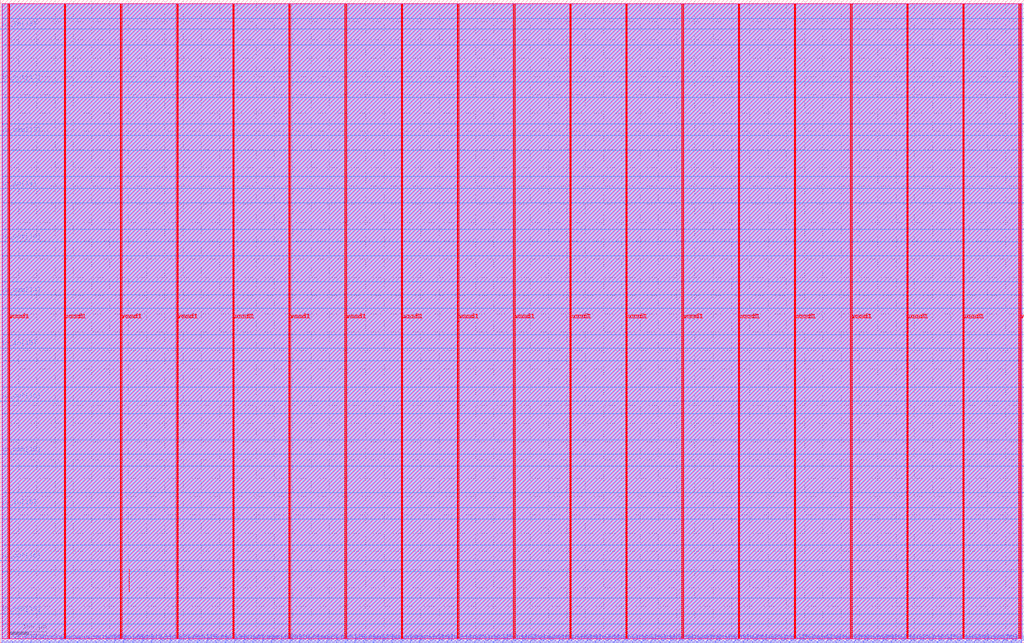
<source format=lef>
VERSION 5.7 ;
  NOWIREEXTENSIONATPIN ON ;
  DIVIDERCHAR "/" ;
  BUSBITCHARS "[]" ;
MACRO user_proj_peripheral_example
  CLASS BLOCK ;
  FOREIGN user_proj_peripheral_example ;
  ORIGIN 0.000 0.000 ;
  SIZE 2800.000 BY 1760.000 ;
  PIN io_in[10]
    DIRECTION INPUT ;
    USE SIGNAL ;
    PORT
      LAYER met3 ;
        RECT 2796.000 1131.560 2800.000 1132.160 ;
    END
  END io_in[10]
  PIN io_in[11]
    DIRECTION INPUT ;
    USE SIGNAL ;
    PORT
      LAYER met3 ;
        RECT 2796.000 1347.800 2800.000 1348.400 ;
    END
  END io_in[11]
  PIN io_in[12]
    DIRECTION INPUT ;
    USE SIGNAL ;
    PORT
      LAYER met3 ;
        RECT 2796.000 1564.040 2800.000 1564.640 ;
    END
  END io_in[12]
  PIN io_in[13]
    DIRECTION INPUT ;
    USE SIGNAL ;
    ANTENNAGATEAREA 1.286700 ;
    ANTENNADIFFAREA 0.434700 ;
    PORT
      LAYER met3 ;
        RECT 0.000 1679.640 4.000 1680.240 ;
    END
  END io_in[13]
  PIN io_in[14]
    DIRECTION INPUT ;
    USE SIGNAL ;
    PORT
      LAYER met3 ;
        RECT 0.000 1243.080 4.000 1243.680 ;
    END
  END io_in[14]
  PIN io_in[15]
    DIRECTION INPUT ;
    USE SIGNAL ;
    PORT
      LAYER met3 ;
        RECT 0.000 806.520 4.000 807.120 ;
    END
  END io_in[15]
  PIN io_in[16]
    DIRECTION INPUT ;
    USE SIGNAL ;
    PORT
      LAYER met3 ;
        RECT 0.000 369.960 4.000 370.560 ;
    END
  END io_in[16]
  PIN io_in[5]
    DIRECTION INPUT ;
    USE SIGNAL ;
    ANTENNAGATEAREA 1.424700 ;
    ANTENNADIFFAREA 0.434700 ;
    PORT
      LAYER met3 ;
        RECT 2796.000 50.360 2800.000 50.960 ;
    END
  END io_in[5]
  PIN io_in[6]
    DIRECTION INPUT ;
    USE SIGNAL ;
    PORT
      LAYER met3 ;
        RECT 2796.000 266.600 2800.000 267.200 ;
    END
  END io_in[6]
  PIN io_in[7]
    DIRECTION INPUT ;
    USE SIGNAL ;
    ANTENNAGATEAREA 1.286700 ;
    ANTENNADIFFAREA 0.434700 ;
    PORT
      LAYER met3 ;
        RECT 2796.000 482.840 2800.000 483.440 ;
    END
  END io_in[7]
  PIN io_in[8]
    DIRECTION INPUT ;
    USE SIGNAL ;
    PORT
      LAYER met3 ;
        RECT 2796.000 699.080 2800.000 699.680 ;
    END
  END io_in[8]
  PIN io_in[9]
    DIRECTION INPUT ;
    USE SIGNAL ;
    ANTENNAGATEAREA 1.424700 ;
    ANTENNADIFFAREA 0.434700 ;
    PORT
      LAYER met3 ;
        RECT 2796.000 915.320 2800.000 915.920 ;
    END
  END io_in[9]
  PIN io_oeb[10]
    DIRECTION OUTPUT ;
    USE SIGNAL ;
    PORT
      LAYER met3 ;
        RECT 2796.000 1275.720 2800.000 1276.320 ;
    END
  END io_oeb[10]
  PIN io_oeb[11]
    DIRECTION OUTPUT ;
    USE SIGNAL ;
    PORT
      LAYER met3 ;
        RECT 2796.000 1491.960 2800.000 1492.560 ;
    END
  END io_oeb[11]
  PIN io_oeb[12]
    DIRECTION OUTPUT ;
    USE SIGNAL ;
    PORT
      LAYER met3 ;
        RECT 2796.000 1708.200 2800.000 1708.800 ;
    END
  END io_oeb[12]
  PIN io_oeb[13]
    DIRECTION OUTPUT ;
    USE SIGNAL ;
    PORT
      LAYER met3 ;
        RECT 0.000 1388.600 4.000 1389.200 ;
    END
  END io_oeb[13]
  PIN io_oeb[14]
    DIRECTION OUTPUT ;
    USE SIGNAL ;
    PORT
      LAYER met3 ;
        RECT 0.000 952.040 4.000 952.640 ;
    END
  END io_oeb[14]
  PIN io_oeb[15]
    DIRECTION OUTPUT ;
    USE SIGNAL ;
    PORT
      LAYER met3 ;
        RECT 0.000 515.480 4.000 516.080 ;
    END
  END io_oeb[15]
  PIN io_oeb[16]
    DIRECTION OUTPUT ;
    USE SIGNAL ;
    PORT
      LAYER met3 ;
        RECT 0.000 78.920 4.000 79.520 ;
    END
  END io_oeb[16]
  PIN io_oeb[5]
    DIRECTION OUTPUT ;
    USE SIGNAL ;
    PORT
      LAYER met3 ;
        RECT 2796.000 194.520 2800.000 195.120 ;
    END
  END io_oeb[5]
  PIN io_oeb[6]
    DIRECTION OUTPUT ;
    USE SIGNAL ;
    PORT
      LAYER met3 ;
        RECT 2796.000 410.760 2800.000 411.360 ;
    END
  END io_oeb[6]
  PIN io_oeb[7]
    DIRECTION OUTPUT ;
    USE SIGNAL ;
    PORT
      LAYER met3 ;
        RECT 2796.000 627.000 2800.000 627.600 ;
    END
  END io_oeb[7]
  PIN io_oeb[8]
    DIRECTION OUTPUT ;
    USE SIGNAL ;
    PORT
      LAYER met3 ;
        RECT 2796.000 843.240 2800.000 843.840 ;
    END
  END io_oeb[8]
  PIN io_oeb[9]
    DIRECTION OUTPUT ;
    USE SIGNAL ;
    PORT
      LAYER met3 ;
        RECT 2796.000 1059.480 2800.000 1060.080 ;
    END
  END io_oeb[9]
  PIN io_out[10]
    DIRECTION OUTPUT ;
    USE SIGNAL ;
    ANTENNADIFFAREA 2.673000 ;
    PORT
      LAYER met3 ;
        RECT 2796.000 1203.640 2800.000 1204.240 ;
    END
  END io_out[10]
  PIN io_out[11]
    DIRECTION OUTPUT ;
    USE SIGNAL ;
    ANTENNADIFFAREA 2.673000 ;
    PORT
      LAYER met3 ;
        RECT 2796.000 1419.880 2800.000 1420.480 ;
    END
  END io_out[11]
  PIN io_out[12]
    DIRECTION OUTPUT ;
    USE SIGNAL ;
    ANTENNADIFFAREA 2.673000 ;
    PORT
      LAYER met3 ;
        RECT 2796.000 1636.120 2800.000 1636.720 ;
    END
  END io_out[12]
  PIN io_out[13]
    DIRECTION OUTPUT ;
    USE SIGNAL ;
    PORT
      LAYER met3 ;
        RECT 0.000 1534.120 4.000 1534.720 ;
    END
  END io_out[13]
  PIN io_out[14]
    DIRECTION OUTPUT ;
    USE SIGNAL ;
    ANTENNADIFFAREA 2.673000 ;
    PORT
      LAYER met3 ;
        RECT 0.000 1097.560 4.000 1098.160 ;
    END
  END io_out[14]
  PIN io_out[15]
    DIRECTION OUTPUT ;
    USE SIGNAL ;
    ANTENNADIFFAREA 2.673000 ;
    PORT
      LAYER met3 ;
        RECT 0.000 661.000 4.000 661.600 ;
    END
  END io_out[15]
  PIN io_out[16]
    DIRECTION OUTPUT ;
    USE SIGNAL ;
    ANTENNADIFFAREA 2.673000 ;
    PORT
      LAYER met3 ;
        RECT 0.000 224.440 4.000 225.040 ;
    END
  END io_out[16]
  PIN io_out[5]
    DIRECTION OUTPUT ;
    USE SIGNAL ;
    PORT
      LAYER met3 ;
        RECT 2796.000 122.440 2800.000 123.040 ;
    END
  END io_out[5]
  PIN io_out[6]
    DIRECTION OUTPUT ;
    USE SIGNAL ;
    ANTENNADIFFAREA 2.673000 ;
    PORT
      LAYER met3 ;
        RECT 2796.000 338.680 2800.000 339.280 ;
    END
  END io_out[6]
  PIN io_out[7]
    DIRECTION OUTPUT ;
    USE SIGNAL ;
    PORT
      LAYER met3 ;
        RECT 2796.000 554.920 2800.000 555.520 ;
    END
  END io_out[7]
  PIN io_out[8]
    DIRECTION OUTPUT ;
    USE SIGNAL ;
    ANTENNADIFFAREA 2.673000 ;
    PORT
      LAYER met3 ;
        RECT 2796.000 771.160 2800.000 771.760 ;
    END
  END io_out[8]
  PIN io_out[9]
    DIRECTION OUTPUT ;
    USE SIGNAL ;
    PORT
      LAYER met3 ;
        RECT 2796.000 987.400 2800.000 988.000 ;
    END
  END io_out[9]
  PIN irq[0]
    DIRECTION OUTPUT ;
    USE SIGNAL ;
    PORT
      LAYER met2 ;
        RECT 2715.470 0.000 2715.750 4.000 ;
    END
  END irq[0]
  PIN irq[1]
    DIRECTION OUTPUT ;
    USE SIGNAL ;
    PORT
      LAYER met2 ;
        RECT 2740.770 0.000 2741.050 4.000 ;
    END
  END irq[1]
  PIN irq[2]
    DIRECTION OUTPUT ;
    USE SIGNAL ;
    PORT
      LAYER met2 ;
        RECT 2766.070 0.000 2766.350 4.000 ;
    END
  END irq[2]
  PIN vccd1
    DIRECTION INOUT ;
    USE POWER ;
    PORT
      LAYER met4 ;
        RECT 21.040 10.640 22.640 1749.200 ;
    END
    PORT
      LAYER met4 ;
        RECT 174.640 10.640 176.240 1749.200 ;
    END
    PORT
      LAYER met4 ;
        RECT 328.240 10.640 329.840 1749.200 ;
    END
    PORT
      LAYER met4 ;
        RECT 481.840 10.640 483.440 1749.200 ;
    END
    PORT
      LAYER met4 ;
        RECT 635.440 10.640 637.040 1749.200 ;
    END
    PORT
      LAYER met4 ;
        RECT 789.040 10.640 790.640 1749.200 ;
    END
    PORT
      LAYER met4 ;
        RECT 942.640 10.640 944.240 1749.200 ;
    END
    PORT
      LAYER met4 ;
        RECT 1096.240 10.640 1097.840 1749.200 ;
    END
    PORT
      LAYER met4 ;
        RECT 1249.840 10.640 1251.440 1749.200 ;
    END
    PORT
      LAYER met4 ;
        RECT 1403.440 10.640 1405.040 1749.200 ;
    END
    PORT
      LAYER met4 ;
        RECT 1557.040 10.640 1558.640 1749.200 ;
    END
    PORT
      LAYER met4 ;
        RECT 1710.640 10.640 1712.240 1749.200 ;
    END
    PORT
      LAYER met4 ;
        RECT 1864.240 10.640 1865.840 1749.200 ;
    END
    PORT
      LAYER met4 ;
        RECT 2017.840 10.640 2019.440 1749.200 ;
    END
    PORT
      LAYER met4 ;
        RECT 2171.440 10.640 2173.040 1749.200 ;
    END
    PORT
      LAYER met4 ;
        RECT 2325.040 10.640 2326.640 1749.200 ;
    END
    PORT
      LAYER met4 ;
        RECT 2478.640 10.640 2480.240 1749.200 ;
    END
    PORT
      LAYER met4 ;
        RECT 2632.240 10.640 2633.840 1749.200 ;
    END
    PORT
      LAYER met4 ;
        RECT 2785.840 10.640 2787.440 1749.200 ;
    END
  END vccd1
  PIN vssd1
    DIRECTION INOUT ;
    USE GROUND ;
    PORT
      LAYER met4 ;
        RECT 24.340 10.640 25.940 1749.200 ;
    END
    PORT
      LAYER met4 ;
        RECT 177.940 10.640 179.540 1749.200 ;
    END
    PORT
      LAYER met4 ;
        RECT 331.540 10.640 333.140 1749.200 ;
    END
    PORT
      LAYER met4 ;
        RECT 485.140 10.640 486.740 1749.200 ;
    END
    PORT
      LAYER met4 ;
        RECT 638.740 10.640 640.340 1749.200 ;
    END
    PORT
      LAYER met4 ;
        RECT 792.340 10.640 793.940 1749.200 ;
    END
    PORT
      LAYER met4 ;
        RECT 945.940 10.640 947.540 1749.200 ;
    END
    PORT
      LAYER met4 ;
        RECT 1099.540 10.640 1101.140 1749.200 ;
    END
    PORT
      LAYER met4 ;
        RECT 1253.140 10.640 1254.740 1749.200 ;
    END
    PORT
      LAYER met4 ;
        RECT 1406.740 10.640 1408.340 1749.200 ;
    END
    PORT
      LAYER met4 ;
        RECT 1560.340 10.640 1561.940 1749.200 ;
    END
    PORT
      LAYER met4 ;
        RECT 1713.940 10.640 1715.540 1749.200 ;
    END
    PORT
      LAYER met4 ;
        RECT 1867.540 10.640 1869.140 1749.200 ;
    END
    PORT
      LAYER met4 ;
        RECT 2021.140 10.640 2022.740 1749.200 ;
    END
    PORT
      LAYER met4 ;
        RECT 2174.740 10.640 2176.340 1749.200 ;
    END
    PORT
      LAYER met4 ;
        RECT 2328.340 10.640 2329.940 1749.200 ;
    END
    PORT
      LAYER met4 ;
        RECT 2481.940 10.640 2483.540 1749.200 ;
    END
    PORT
      LAYER met4 ;
        RECT 2635.540 10.640 2637.140 1749.200 ;
    END
    PORT
      LAYER met4 ;
        RECT 2789.140 10.640 2790.740 1749.200 ;
    END
  END vssd1
  PIN wb_clk_i
    DIRECTION INPUT ;
    USE SIGNAL ;
    ANTENNAGATEAREA 0.929700 ;
    ANTENNADIFFAREA 0.434700 ;
    PORT
      LAYER met2 ;
        RECT 33.670 0.000 33.950 4.000 ;
    END
  END wb_clk_i
  PIN wb_rst_i
    DIRECTION INPUT ;
    USE SIGNAL ;
    ANTENNAGATEAREA 1.424700 ;
    ANTENNADIFFAREA 0.434700 ;
    PORT
      LAYER met2 ;
        RECT 58.970 0.000 59.250 4.000 ;
    END
  END wb_rst_i
  PIN wbs_ack_o
    DIRECTION OUTPUT ;
    USE SIGNAL ;
    ANTENNADIFFAREA 2.673000 ;
    PORT
      LAYER met2 ;
        RECT 84.270 0.000 84.550 4.000 ;
    END
  END wbs_ack_o
  PIN wbs_adr_i[0]
    DIRECTION INPUT ;
    USE SIGNAL ;
    ANTENNAGATEAREA 0.593700 ;
    ANTENNADIFFAREA 0.434700 ;
    PORT
      LAYER met2 ;
        RECT 185.470 0.000 185.750 4.000 ;
    END
  END wbs_adr_i[0]
  PIN wbs_adr_i[10]
    DIRECTION INPUT ;
    USE SIGNAL ;
    ANTENNAGATEAREA 0.631200 ;
    ANTENNADIFFAREA 0.434700 ;
    PORT
      LAYER met2 ;
        RECT 1045.670 0.000 1045.950 4.000 ;
    END
  END wbs_adr_i[10]
  PIN wbs_adr_i[11]
    DIRECTION INPUT ;
    USE SIGNAL ;
    ANTENNAGATEAREA 0.560700 ;
    ANTENNADIFFAREA 0.434700 ;
    PORT
      LAYER met2 ;
        RECT 1121.570 0.000 1121.850 4.000 ;
    END
  END wbs_adr_i[11]
  PIN wbs_adr_i[12]
    DIRECTION INPUT ;
    USE SIGNAL ;
    ANTENNAGATEAREA 0.560700 ;
    ANTENNADIFFAREA 0.434700 ;
    PORT
      LAYER met2 ;
        RECT 1197.470 0.000 1197.750 4.000 ;
    END
  END wbs_adr_i[12]
  PIN wbs_adr_i[13]
    DIRECTION INPUT ;
    USE SIGNAL ;
    ANTENNAGATEAREA 0.560700 ;
    ANTENNADIFFAREA 0.434700 ;
    PORT
      LAYER met2 ;
        RECT 1273.370 0.000 1273.650 4.000 ;
    END
  END wbs_adr_i[13]
  PIN wbs_adr_i[14]
    DIRECTION INPUT ;
    USE SIGNAL ;
    PORT
      LAYER met2 ;
        RECT 1349.270 0.000 1349.550 4.000 ;
    END
  END wbs_adr_i[14]
  PIN wbs_adr_i[15]
    DIRECTION INPUT ;
    USE SIGNAL ;
    PORT
      LAYER met2 ;
        RECT 1425.170 0.000 1425.450 4.000 ;
    END
  END wbs_adr_i[15]
  PIN wbs_adr_i[16]
    DIRECTION INPUT ;
    USE SIGNAL ;
    PORT
      LAYER met2 ;
        RECT 1501.070 0.000 1501.350 4.000 ;
    END
  END wbs_adr_i[16]
  PIN wbs_adr_i[17]
    DIRECTION INPUT ;
    USE SIGNAL ;
    PORT
      LAYER met2 ;
        RECT 1576.970 0.000 1577.250 4.000 ;
    END
  END wbs_adr_i[17]
  PIN wbs_adr_i[18]
    DIRECTION INPUT ;
    USE SIGNAL ;
    PORT
      LAYER met2 ;
        RECT 1652.870 0.000 1653.150 4.000 ;
    END
  END wbs_adr_i[18]
  PIN wbs_adr_i[19]
    DIRECTION INPUT ;
    USE SIGNAL ;
    PORT
      LAYER met2 ;
        RECT 1728.770 0.000 1729.050 4.000 ;
    END
  END wbs_adr_i[19]
  PIN wbs_adr_i[1]
    DIRECTION INPUT ;
    USE SIGNAL ;
    ANTENNAGATEAREA 0.560700 ;
    ANTENNADIFFAREA 0.434700 ;
    PORT
      LAYER met2 ;
        RECT 286.670 0.000 286.950 4.000 ;
    END
  END wbs_adr_i[1]
  PIN wbs_adr_i[20]
    DIRECTION INPUT ;
    USE SIGNAL ;
    PORT
      LAYER met2 ;
        RECT 1804.670 0.000 1804.950 4.000 ;
    END
  END wbs_adr_i[20]
  PIN wbs_adr_i[21]
    DIRECTION INPUT ;
    USE SIGNAL ;
    PORT
      LAYER met2 ;
        RECT 1880.570 0.000 1880.850 4.000 ;
    END
  END wbs_adr_i[21]
  PIN wbs_adr_i[22]
    DIRECTION INPUT ;
    USE SIGNAL ;
    PORT
      LAYER met2 ;
        RECT 1956.470 0.000 1956.750 4.000 ;
    END
  END wbs_adr_i[22]
  PIN wbs_adr_i[23]
    DIRECTION INPUT ;
    USE SIGNAL ;
    PORT
      LAYER met2 ;
        RECT 2032.370 0.000 2032.650 4.000 ;
    END
  END wbs_adr_i[23]
  PIN wbs_adr_i[24]
    DIRECTION INPUT ;
    USE SIGNAL ;
    PORT
      LAYER met2 ;
        RECT 2108.270 0.000 2108.550 4.000 ;
    END
  END wbs_adr_i[24]
  PIN wbs_adr_i[25]
    DIRECTION INPUT ;
    USE SIGNAL ;
    PORT
      LAYER met2 ;
        RECT 2184.170 0.000 2184.450 4.000 ;
    END
  END wbs_adr_i[25]
  PIN wbs_adr_i[26]
    DIRECTION INPUT ;
    USE SIGNAL ;
    PORT
      LAYER met2 ;
        RECT 2260.070 0.000 2260.350 4.000 ;
    END
  END wbs_adr_i[26]
  PIN wbs_adr_i[27]
    DIRECTION INPUT ;
    USE SIGNAL ;
    PORT
      LAYER met2 ;
        RECT 2335.970 0.000 2336.250 4.000 ;
    END
  END wbs_adr_i[27]
  PIN wbs_adr_i[28]
    DIRECTION INPUT ;
    USE SIGNAL ;
    PORT
      LAYER met2 ;
        RECT 2411.870 0.000 2412.150 4.000 ;
    END
  END wbs_adr_i[28]
  PIN wbs_adr_i[29]
    DIRECTION INPUT ;
    USE SIGNAL ;
    PORT
      LAYER met2 ;
        RECT 2487.770 0.000 2488.050 4.000 ;
    END
  END wbs_adr_i[29]
  PIN wbs_adr_i[2]
    DIRECTION INPUT ;
    USE SIGNAL ;
    ANTENNAGATEAREA 0.560700 ;
    ANTENNADIFFAREA 0.434700 ;
    PORT
      LAYER met2 ;
        RECT 387.870 0.000 388.150 4.000 ;
    END
  END wbs_adr_i[2]
  PIN wbs_adr_i[30]
    DIRECTION INPUT ;
    USE SIGNAL ;
    PORT
      LAYER met2 ;
        RECT 2563.670 0.000 2563.950 4.000 ;
    END
  END wbs_adr_i[30]
  PIN wbs_adr_i[31]
    DIRECTION INPUT ;
    USE SIGNAL ;
    PORT
      LAYER met2 ;
        RECT 2639.570 0.000 2639.850 4.000 ;
    END
  END wbs_adr_i[31]
  PIN wbs_adr_i[3]
    DIRECTION INPUT ;
    USE SIGNAL ;
    ANTENNAGATEAREA 0.560700 ;
    ANTENNADIFFAREA 0.434700 ;
    PORT
      LAYER met2 ;
        RECT 489.070 0.000 489.350 4.000 ;
    END
  END wbs_adr_i[3]
  PIN wbs_adr_i[4]
    DIRECTION INPUT ;
    USE SIGNAL ;
    ANTENNAGATEAREA 0.560700 ;
    ANTENNADIFFAREA 0.434700 ;
    PORT
      LAYER met2 ;
        RECT 590.270 0.000 590.550 4.000 ;
    END
  END wbs_adr_i[4]
  PIN wbs_adr_i[5]
    DIRECTION INPUT ;
    USE SIGNAL ;
    ANTENNAGATEAREA 0.631200 ;
    ANTENNADIFFAREA 0.434700 ;
    PORT
      LAYER met2 ;
        RECT 666.170 0.000 666.450 4.000 ;
    END
  END wbs_adr_i[5]
  PIN wbs_adr_i[6]
    DIRECTION INPUT ;
    USE SIGNAL ;
    ANTENNAGATEAREA 0.560700 ;
    ANTENNADIFFAREA 0.434700 ;
    PORT
      LAYER met2 ;
        RECT 742.070 0.000 742.350 4.000 ;
    END
  END wbs_adr_i[6]
  PIN wbs_adr_i[7]
    DIRECTION INPUT ;
    USE SIGNAL ;
    ANTENNAGATEAREA 0.631200 ;
    ANTENNADIFFAREA 0.434700 ;
    PORT
      LAYER met2 ;
        RECT 817.970 0.000 818.250 4.000 ;
    END
  END wbs_adr_i[7]
  PIN wbs_adr_i[8]
    DIRECTION INPUT ;
    USE SIGNAL ;
    ANTENNAGATEAREA 0.631200 ;
    ANTENNADIFFAREA 0.434700 ;
    PORT
      LAYER met2 ;
        RECT 893.870 0.000 894.150 4.000 ;
    END
  END wbs_adr_i[8]
  PIN wbs_adr_i[9]
    DIRECTION INPUT ;
    USE SIGNAL ;
    ANTENNAGATEAREA 0.560700 ;
    ANTENNADIFFAREA 0.434700 ;
    PORT
      LAYER met2 ;
        RECT 969.770 0.000 970.050 4.000 ;
    END
  END wbs_adr_i[9]
  PIN wbs_cyc_i
    DIRECTION INPUT ;
    USE SIGNAL ;
    ANTENNAGATEAREA 0.647700 ;
    ANTENNADIFFAREA 0.434700 ;
    PORT
      LAYER met2 ;
        RECT 109.570 0.000 109.850 4.000 ;
    END
  END wbs_cyc_i
  PIN wbs_dat_i[0]
    DIRECTION INPUT ;
    USE SIGNAL ;
    ANTENNAGATEAREA 0.560700 ;
    ANTENNADIFFAREA 0.434700 ;
    PORT
      LAYER met2 ;
        RECT 210.770 0.000 211.050 4.000 ;
    END
  END wbs_dat_i[0]
  PIN wbs_dat_i[10]
    DIRECTION INPUT ;
    USE SIGNAL ;
    ANTENNAGATEAREA 0.560700 ;
    ANTENNADIFFAREA 0.434700 ;
    PORT
      LAYER met2 ;
        RECT 1070.970 0.000 1071.250 4.000 ;
    END
  END wbs_dat_i[10]
  PIN wbs_dat_i[11]
    DIRECTION INPUT ;
    USE SIGNAL ;
    ANTENNAGATEAREA 0.560700 ;
    ANTENNADIFFAREA 0.434700 ;
    PORT
      LAYER met2 ;
        RECT 1146.870 0.000 1147.150 4.000 ;
    END
  END wbs_dat_i[11]
  PIN wbs_dat_i[12]
    DIRECTION INPUT ;
    USE SIGNAL ;
    ANTENNAGATEAREA 0.560700 ;
    ANTENNADIFFAREA 0.434700 ;
    PORT
      LAYER met2 ;
        RECT 1222.770 0.000 1223.050 4.000 ;
    END
  END wbs_dat_i[12]
  PIN wbs_dat_i[13]
    DIRECTION INPUT ;
    USE SIGNAL ;
    ANTENNAGATEAREA 0.560700 ;
    ANTENNADIFFAREA 0.434700 ;
    PORT
      LAYER met2 ;
        RECT 1298.670 0.000 1298.950 4.000 ;
    END
  END wbs_dat_i[13]
  PIN wbs_dat_i[14]
    DIRECTION INPUT ;
    USE SIGNAL ;
    ANTENNAGATEAREA 0.560700 ;
    ANTENNADIFFAREA 0.434700 ;
    PORT
      LAYER met2 ;
        RECT 1374.570 0.000 1374.850 4.000 ;
    END
  END wbs_dat_i[14]
  PIN wbs_dat_i[15]
    DIRECTION INPUT ;
    USE SIGNAL ;
    ANTENNAGATEAREA 0.560700 ;
    ANTENNADIFFAREA 0.434700 ;
    PORT
      LAYER met2 ;
        RECT 1450.470 0.000 1450.750 4.000 ;
    END
  END wbs_dat_i[15]
  PIN wbs_dat_i[16]
    DIRECTION INPUT ;
    USE SIGNAL ;
    PORT
      LAYER met2 ;
        RECT 1526.370 0.000 1526.650 4.000 ;
    END
  END wbs_dat_i[16]
  PIN wbs_dat_i[17]
    DIRECTION INPUT ;
    USE SIGNAL ;
    PORT
      LAYER met2 ;
        RECT 1602.270 0.000 1602.550 4.000 ;
    END
  END wbs_dat_i[17]
  PIN wbs_dat_i[18]
    DIRECTION INPUT ;
    USE SIGNAL ;
    PORT
      LAYER met2 ;
        RECT 1678.170 0.000 1678.450 4.000 ;
    END
  END wbs_dat_i[18]
  PIN wbs_dat_i[19]
    DIRECTION INPUT ;
    USE SIGNAL ;
    PORT
      LAYER met2 ;
        RECT 1754.070 0.000 1754.350 4.000 ;
    END
  END wbs_dat_i[19]
  PIN wbs_dat_i[1]
    DIRECTION INPUT ;
    USE SIGNAL ;
    ANTENNAGATEAREA 0.560700 ;
    ANTENNADIFFAREA 0.434700 ;
    PORT
      LAYER met2 ;
        RECT 311.970 0.000 312.250 4.000 ;
    END
  END wbs_dat_i[1]
  PIN wbs_dat_i[20]
    DIRECTION INPUT ;
    USE SIGNAL ;
    PORT
      LAYER met2 ;
        RECT 1829.970 0.000 1830.250 4.000 ;
    END
  END wbs_dat_i[20]
  PIN wbs_dat_i[21]
    DIRECTION INPUT ;
    USE SIGNAL ;
    PORT
      LAYER met2 ;
        RECT 1905.870 0.000 1906.150 4.000 ;
    END
  END wbs_dat_i[21]
  PIN wbs_dat_i[22]
    DIRECTION INPUT ;
    USE SIGNAL ;
    PORT
      LAYER met2 ;
        RECT 1981.770 0.000 1982.050 4.000 ;
    END
  END wbs_dat_i[22]
  PIN wbs_dat_i[23]
    DIRECTION INPUT ;
    USE SIGNAL ;
    PORT
      LAYER met2 ;
        RECT 2057.670 0.000 2057.950 4.000 ;
    END
  END wbs_dat_i[23]
  PIN wbs_dat_i[24]
    DIRECTION INPUT ;
    USE SIGNAL ;
    PORT
      LAYER met2 ;
        RECT 2133.570 0.000 2133.850 4.000 ;
    END
  END wbs_dat_i[24]
  PIN wbs_dat_i[25]
    DIRECTION INPUT ;
    USE SIGNAL ;
    PORT
      LAYER met2 ;
        RECT 2209.470 0.000 2209.750 4.000 ;
    END
  END wbs_dat_i[25]
  PIN wbs_dat_i[26]
    DIRECTION INPUT ;
    USE SIGNAL ;
    PORT
      LAYER met2 ;
        RECT 2285.370 0.000 2285.650 4.000 ;
    END
  END wbs_dat_i[26]
  PIN wbs_dat_i[27]
    DIRECTION INPUT ;
    USE SIGNAL ;
    PORT
      LAYER met2 ;
        RECT 2361.270 0.000 2361.550 4.000 ;
    END
  END wbs_dat_i[27]
  PIN wbs_dat_i[28]
    DIRECTION INPUT ;
    USE SIGNAL ;
    PORT
      LAYER met2 ;
        RECT 2437.170 0.000 2437.450 4.000 ;
    END
  END wbs_dat_i[28]
  PIN wbs_dat_i[29]
    DIRECTION INPUT ;
    USE SIGNAL ;
    PORT
      LAYER met2 ;
        RECT 2513.070 0.000 2513.350 4.000 ;
    END
  END wbs_dat_i[29]
  PIN wbs_dat_i[2]
    DIRECTION INPUT ;
    USE SIGNAL ;
    ANTENNAGATEAREA 0.560700 ;
    ANTENNADIFFAREA 0.434700 ;
    PORT
      LAYER met2 ;
        RECT 413.170 0.000 413.450 4.000 ;
    END
  END wbs_dat_i[2]
  PIN wbs_dat_i[30]
    DIRECTION INPUT ;
    USE SIGNAL ;
    PORT
      LAYER met2 ;
        RECT 2588.970 0.000 2589.250 4.000 ;
    END
  END wbs_dat_i[30]
  PIN wbs_dat_i[31]
    DIRECTION INPUT ;
    USE SIGNAL ;
    PORT
      LAYER met2 ;
        RECT 2664.870 0.000 2665.150 4.000 ;
    END
  END wbs_dat_i[31]
  PIN wbs_dat_i[3]
    DIRECTION INPUT ;
    USE SIGNAL ;
    ANTENNAGATEAREA 0.560700 ;
    ANTENNADIFFAREA 0.434700 ;
    PORT
      LAYER met2 ;
        RECT 514.370 0.000 514.650 4.000 ;
    END
  END wbs_dat_i[3]
  PIN wbs_dat_i[4]
    DIRECTION INPUT ;
    USE SIGNAL ;
    ANTENNAGATEAREA 0.560700 ;
    ANTENNADIFFAREA 0.434700 ;
    PORT
      LAYER met2 ;
        RECT 615.570 0.000 615.850 4.000 ;
    END
  END wbs_dat_i[4]
  PIN wbs_dat_i[5]
    DIRECTION INPUT ;
    USE SIGNAL ;
    ANTENNAGATEAREA 0.560700 ;
    ANTENNADIFFAREA 0.434700 ;
    PORT
      LAYER met2 ;
        RECT 691.470 0.000 691.750 4.000 ;
    END
  END wbs_dat_i[5]
  PIN wbs_dat_i[6]
    DIRECTION INPUT ;
    USE SIGNAL ;
    ANTENNAGATEAREA 0.560700 ;
    ANTENNADIFFAREA 0.434700 ;
    PORT
      LAYER met2 ;
        RECT 767.370 0.000 767.650 4.000 ;
    END
  END wbs_dat_i[6]
  PIN wbs_dat_i[7]
    DIRECTION INPUT ;
    USE SIGNAL ;
    ANTENNAGATEAREA 0.560700 ;
    ANTENNADIFFAREA 0.434700 ;
    PORT
      LAYER met2 ;
        RECT 843.270 0.000 843.550 4.000 ;
    END
  END wbs_dat_i[7]
  PIN wbs_dat_i[8]
    DIRECTION INPUT ;
    USE SIGNAL ;
    ANTENNAGATEAREA 0.560700 ;
    ANTENNADIFFAREA 0.434700 ;
    PORT
      LAYER met2 ;
        RECT 919.170 0.000 919.450 4.000 ;
    END
  END wbs_dat_i[8]
  PIN wbs_dat_i[9]
    DIRECTION INPUT ;
    USE SIGNAL ;
    ANTENNAGATEAREA 0.560700 ;
    ANTENNADIFFAREA 0.434700 ;
    PORT
      LAYER met2 ;
        RECT 995.070 0.000 995.350 4.000 ;
    END
  END wbs_dat_i[9]
  PIN wbs_dat_o[0]
    DIRECTION OUTPUT ;
    USE SIGNAL ;
    ANTENNADIFFAREA 2.673000 ;
    PORT
      LAYER met2 ;
        RECT 236.070 0.000 236.350 4.000 ;
    END
  END wbs_dat_o[0]
  PIN wbs_dat_o[10]
    DIRECTION OUTPUT ;
    USE SIGNAL ;
    ANTENNADIFFAREA 2.673000 ;
    PORT
      LAYER met2 ;
        RECT 1096.270 0.000 1096.550 4.000 ;
    END
  END wbs_dat_o[10]
  PIN wbs_dat_o[11]
    DIRECTION OUTPUT ;
    USE SIGNAL ;
    ANTENNADIFFAREA 2.673000 ;
    PORT
      LAYER met2 ;
        RECT 1172.170 0.000 1172.450 4.000 ;
    END
  END wbs_dat_o[11]
  PIN wbs_dat_o[12]
    DIRECTION OUTPUT ;
    USE SIGNAL ;
    ANTENNADIFFAREA 2.673000 ;
    PORT
      LAYER met2 ;
        RECT 1248.070 0.000 1248.350 4.000 ;
    END
  END wbs_dat_o[12]
  PIN wbs_dat_o[13]
    DIRECTION OUTPUT ;
    USE SIGNAL ;
    ANTENNADIFFAREA 2.673000 ;
    PORT
      LAYER met2 ;
        RECT 1323.970 0.000 1324.250 4.000 ;
    END
  END wbs_dat_o[13]
  PIN wbs_dat_o[14]
    DIRECTION OUTPUT ;
    USE SIGNAL ;
    ANTENNADIFFAREA 2.673000 ;
    PORT
      LAYER met2 ;
        RECT 1399.870 0.000 1400.150 4.000 ;
    END
  END wbs_dat_o[14]
  PIN wbs_dat_o[15]
    DIRECTION OUTPUT ;
    USE SIGNAL ;
    ANTENNADIFFAREA 2.673000 ;
    PORT
      LAYER met2 ;
        RECT 1475.770 0.000 1476.050 4.000 ;
    END
  END wbs_dat_o[15]
  PIN wbs_dat_o[16]
    DIRECTION OUTPUT ;
    USE SIGNAL ;
    ANTENNADIFFAREA 2.673000 ;
    PORT
      LAYER met2 ;
        RECT 1551.670 0.000 1551.950 4.000 ;
    END
  END wbs_dat_o[16]
  PIN wbs_dat_o[17]
    DIRECTION OUTPUT ;
    USE SIGNAL ;
    PORT
      LAYER met2 ;
        RECT 1627.570 0.000 1627.850 4.000 ;
    END
  END wbs_dat_o[17]
  PIN wbs_dat_o[18]
    DIRECTION OUTPUT ;
    USE SIGNAL ;
    ANTENNADIFFAREA 2.673000 ;
    PORT
      LAYER met2 ;
        RECT 1703.470 0.000 1703.750 4.000 ;
    END
  END wbs_dat_o[18]
  PIN wbs_dat_o[19]
    DIRECTION OUTPUT ;
    USE SIGNAL ;
    ANTENNADIFFAREA 2.673000 ;
    PORT
      LAYER met2 ;
        RECT 1779.370 0.000 1779.650 4.000 ;
    END
  END wbs_dat_o[19]
  PIN wbs_dat_o[1]
    DIRECTION OUTPUT ;
    USE SIGNAL ;
    ANTENNADIFFAREA 2.673000 ;
    PORT
      LAYER met2 ;
        RECT 337.270 0.000 337.550 4.000 ;
    END
  END wbs_dat_o[1]
  PIN wbs_dat_o[20]
    DIRECTION OUTPUT ;
    USE SIGNAL ;
    PORT
      LAYER met2 ;
        RECT 1855.270 0.000 1855.550 4.000 ;
    END
  END wbs_dat_o[20]
  PIN wbs_dat_o[21]
    DIRECTION OUTPUT ;
    USE SIGNAL ;
    ANTENNADIFFAREA 2.673000 ;
    PORT
      LAYER met2 ;
        RECT 1931.170 0.000 1931.450 4.000 ;
    END
  END wbs_dat_o[21]
  PIN wbs_dat_o[22]
    DIRECTION OUTPUT ;
    USE SIGNAL ;
    PORT
      LAYER met2 ;
        RECT 2007.070 0.000 2007.350 4.000 ;
    END
  END wbs_dat_o[22]
  PIN wbs_dat_o[23]
    DIRECTION OUTPUT ;
    USE SIGNAL ;
    ANTENNADIFFAREA 2.673000 ;
    PORT
      LAYER met2 ;
        RECT 2082.970 0.000 2083.250 4.000 ;
    END
  END wbs_dat_o[23]
  PIN wbs_dat_o[24]
    DIRECTION OUTPUT ;
    USE SIGNAL ;
    PORT
      LAYER met2 ;
        RECT 2158.870 0.000 2159.150 4.000 ;
    END
  END wbs_dat_o[24]
  PIN wbs_dat_o[25]
    DIRECTION OUTPUT ;
    USE SIGNAL ;
    ANTENNADIFFAREA 2.673000 ;
    PORT
      LAYER met2 ;
        RECT 2234.770 0.000 2235.050 4.000 ;
    END
  END wbs_dat_o[25]
  PIN wbs_dat_o[26]
    DIRECTION OUTPUT ;
    USE SIGNAL ;
    ANTENNADIFFAREA 2.673000 ;
    PORT
      LAYER met2 ;
        RECT 2310.670 0.000 2310.950 4.000 ;
    END
  END wbs_dat_o[26]
  PIN wbs_dat_o[27]
    DIRECTION OUTPUT ;
    USE SIGNAL ;
    ANTENNADIFFAREA 2.673000 ;
    PORT
      LAYER met2 ;
        RECT 2386.570 0.000 2386.850 4.000 ;
    END
  END wbs_dat_o[27]
  PIN wbs_dat_o[28]
    DIRECTION OUTPUT ;
    USE SIGNAL ;
    ANTENNADIFFAREA 2.673000 ;
    PORT
      LAYER met2 ;
        RECT 2462.470 0.000 2462.750 4.000 ;
    END
  END wbs_dat_o[28]
  PIN wbs_dat_o[29]
    DIRECTION OUTPUT ;
    USE SIGNAL ;
    PORT
      LAYER met2 ;
        RECT 2538.370 0.000 2538.650 4.000 ;
    END
  END wbs_dat_o[29]
  PIN wbs_dat_o[2]
    DIRECTION OUTPUT ;
    USE SIGNAL ;
    ANTENNADIFFAREA 2.673000 ;
    PORT
      LAYER met2 ;
        RECT 438.470 0.000 438.750 4.000 ;
    END
  END wbs_dat_o[2]
  PIN wbs_dat_o[30]
    DIRECTION OUTPUT ;
    USE SIGNAL ;
    ANTENNADIFFAREA 2.673000 ;
    PORT
      LAYER met2 ;
        RECT 2614.270 0.000 2614.550 4.000 ;
    END
  END wbs_dat_o[30]
  PIN wbs_dat_o[31]
    DIRECTION OUTPUT ;
    USE SIGNAL ;
    ANTENNADIFFAREA 2.673000 ;
    PORT
      LAYER met2 ;
        RECT 2690.170 0.000 2690.450 4.000 ;
    END
  END wbs_dat_o[31]
  PIN wbs_dat_o[3]
    DIRECTION OUTPUT ;
    USE SIGNAL ;
    ANTENNADIFFAREA 2.673000 ;
    PORT
      LAYER met2 ;
        RECT 539.670 0.000 539.950 4.000 ;
    END
  END wbs_dat_o[3]
  PIN wbs_dat_o[4]
    DIRECTION OUTPUT ;
    USE SIGNAL ;
    ANTENNADIFFAREA 2.673000 ;
    PORT
      LAYER met2 ;
        RECT 640.870 0.000 641.150 4.000 ;
    END
  END wbs_dat_o[4]
  PIN wbs_dat_o[5]
    DIRECTION OUTPUT ;
    USE SIGNAL ;
    ANTENNADIFFAREA 2.673000 ;
    PORT
      LAYER met2 ;
        RECT 716.770 0.000 717.050 4.000 ;
    END
  END wbs_dat_o[5]
  PIN wbs_dat_o[6]
    DIRECTION OUTPUT ;
    USE SIGNAL ;
    ANTENNADIFFAREA 2.673000 ;
    PORT
      LAYER met2 ;
        RECT 792.670 0.000 792.950 4.000 ;
    END
  END wbs_dat_o[6]
  PIN wbs_dat_o[7]
    DIRECTION OUTPUT ;
    USE SIGNAL ;
    ANTENNADIFFAREA 2.673000 ;
    PORT
      LAYER met2 ;
        RECT 868.570 0.000 868.850 4.000 ;
    END
  END wbs_dat_o[7]
  PIN wbs_dat_o[8]
    DIRECTION OUTPUT ;
    USE SIGNAL ;
    ANTENNADIFFAREA 2.673000 ;
    PORT
      LAYER met2 ;
        RECT 944.470 0.000 944.750 4.000 ;
    END
  END wbs_dat_o[8]
  PIN wbs_dat_o[9]
    DIRECTION OUTPUT ;
    USE SIGNAL ;
    ANTENNADIFFAREA 2.673000 ;
    PORT
      LAYER met2 ;
        RECT 1020.370 0.000 1020.650 4.000 ;
    END
  END wbs_dat_o[9]
  PIN wbs_sel_i[0]
    DIRECTION INPUT ;
    USE SIGNAL ;
    PORT
      LAYER met2 ;
        RECT 261.370 0.000 261.650 4.000 ;
    END
  END wbs_sel_i[0]
  PIN wbs_sel_i[1]
    DIRECTION INPUT ;
    USE SIGNAL ;
    PORT
      LAYER met2 ;
        RECT 362.570 0.000 362.850 4.000 ;
    END
  END wbs_sel_i[1]
  PIN wbs_sel_i[2]
    DIRECTION INPUT ;
    USE SIGNAL ;
    PORT
      LAYER met2 ;
        RECT 463.770 0.000 464.050 4.000 ;
    END
  END wbs_sel_i[2]
  PIN wbs_sel_i[3]
    DIRECTION INPUT ;
    USE SIGNAL ;
    PORT
      LAYER met2 ;
        RECT 564.970 0.000 565.250 4.000 ;
    END
  END wbs_sel_i[3]
  PIN wbs_stb_i
    DIRECTION INPUT ;
    USE SIGNAL ;
    ANTENNAGATEAREA 0.647700 ;
    ANTENNADIFFAREA 0.434700 ;
    PORT
      LAYER met2 ;
        RECT 134.870 0.000 135.150 4.000 ;
    END
  END wbs_stb_i
  PIN wbs_we_i
    DIRECTION INPUT ;
    USE SIGNAL ;
    ANTENNAGATEAREA 0.560700 ;
    ANTENNADIFFAREA 0.434700 ;
    PORT
      LAYER met2 ;
        RECT 160.170 0.000 160.450 4.000 ;
    END
  END wbs_we_i
  OBS
      LAYER nwell ;
        RECT 5.330 10.795 2794.230 1749.150 ;
      LAYER li1 ;
        RECT 5.520 10.795 2794.040 1749.045 ;
      LAYER met1 ;
        RECT 4.210 0.380 2794.040 1749.200 ;
      LAYER met2 ;
        RECT 4.230 4.280 2792.110 1749.145 ;
        RECT 4.230 0.350 33.390 4.280 ;
        RECT 34.230 0.350 58.690 4.280 ;
        RECT 59.530 0.350 83.990 4.280 ;
        RECT 84.830 0.350 109.290 4.280 ;
        RECT 110.130 0.350 134.590 4.280 ;
        RECT 135.430 0.350 159.890 4.280 ;
        RECT 160.730 0.350 185.190 4.280 ;
        RECT 186.030 0.350 210.490 4.280 ;
        RECT 211.330 0.350 235.790 4.280 ;
        RECT 236.630 0.350 261.090 4.280 ;
        RECT 261.930 0.350 286.390 4.280 ;
        RECT 287.230 0.350 311.690 4.280 ;
        RECT 312.530 0.350 336.990 4.280 ;
        RECT 337.830 0.350 362.290 4.280 ;
        RECT 363.130 0.350 387.590 4.280 ;
        RECT 388.430 0.350 412.890 4.280 ;
        RECT 413.730 0.350 438.190 4.280 ;
        RECT 439.030 0.350 463.490 4.280 ;
        RECT 464.330 0.350 488.790 4.280 ;
        RECT 489.630 0.350 514.090 4.280 ;
        RECT 514.930 0.350 539.390 4.280 ;
        RECT 540.230 0.350 564.690 4.280 ;
        RECT 565.530 0.350 589.990 4.280 ;
        RECT 590.830 0.350 615.290 4.280 ;
        RECT 616.130 0.350 640.590 4.280 ;
        RECT 641.430 0.350 665.890 4.280 ;
        RECT 666.730 0.350 691.190 4.280 ;
        RECT 692.030 0.350 716.490 4.280 ;
        RECT 717.330 0.350 741.790 4.280 ;
        RECT 742.630 0.350 767.090 4.280 ;
        RECT 767.930 0.350 792.390 4.280 ;
        RECT 793.230 0.350 817.690 4.280 ;
        RECT 818.530 0.350 842.990 4.280 ;
        RECT 843.830 0.350 868.290 4.280 ;
        RECT 869.130 0.350 893.590 4.280 ;
        RECT 894.430 0.350 918.890 4.280 ;
        RECT 919.730 0.350 944.190 4.280 ;
        RECT 945.030 0.350 969.490 4.280 ;
        RECT 970.330 0.350 994.790 4.280 ;
        RECT 995.630 0.350 1020.090 4.280 ;
        RECT 1020.930 0.350 1045.390 4.280 ;
        RECT 1046.230 0.350 1070.690 4.280 ;
        RECT 1071.530 0.350 1095.990 4.280 ;
        RECT 1096.830 0.350 1121.290 4.280 ;
        RECT 1122.130 0.350 1146.590 4.280 ;
        RECT 1147.430 0.350 1171.890 4.280 ;
        RECT 1172.730 0.350 1197.190 4.280 ;
        RECT 1198.030 0.350 1222.490 4.280 ;
        RECT 1223.330 0.350 1247.790 4.280 ;
        RECT 1248.630 0.350 1273.090 4.280 ;
        RECT 1273.930 0.350 1298.390 4.280 ;
        RECT 1299.230 0.350 1323.690 4.280 ;
        RECT 1324.530 0.350 1348.990 4.280 ;
        RECT 1349.830 0.350 1374.290 4.280 ;
        RECT 1375.130 0.350 1399.590 4.280 ;
        RECT 1400.430 0.350 1424.890 4.280 ;
        RECT 1425.730 0.350 1450.190 4.280 ;
        RECT 1451.030 0.350 1475.490 4.280 ;
        RECT 1476.330 0.350 1500.790 4.280 ;
        RECT 1501.630 0.350 1526.090 4.280 ;
        RECT 1526.930 0.350 1551.390 4.280 ;
        RECT 1552.230 0.350 1576.690 4.280 ;
        RECT 1577.530 0.350 1601.990 4.280 ;
        RECT 1602.830 0.350 1627.290 4.280 ;
        RECT 1628.130 0.350 1652.590 4.280 ;
        RECT 1653.430 0.350 1677.890 4.280 ;
        RECT 1678.730 0.350 1703.190 4.280 ;
        RECT 1704.030 0.350 1728.490 4.280 ;
        RECT 1729.330 0.350 1753.790 4.280 ;
        RECT 1754.630 0.350 1779.090 4.280 ;
        RECT 1779.930 0.350 1804.390 4.280 ;
        RECT 1805.230 0.350 1829.690 4.280 ;
        RECT 1830.530 0.350 1854.990 4.280 ;
        RECT 1855.830 0.350 1880.290 4.280 ;
        RECT 1881.130 0.350 1905.590 4.280 ;
        RECT 1906.430 0.350 1930.890 4.280 ;
        RECT 1931.730 0.350 1956.190 4.280 ;
        RECT 1957.030 0.350 1981.490 4.280 ;
        RECT 1982.330 0.350 2006.790 4.280 ;
        RECT 2007.630 0.350 2032.090 4.280 ;
        RECT 2032.930 0.350 2057.390 4.280 ;
        RECT 2058.230 0.350 2082.690 4.280 ;
        RECT 2083.530 0.350 2107.990 4.280 ;
        RECT 2108.830 0.350 2133.290 4.280 ;
        RECT 2134.130 0.350 2158.590 4.280 ;
        RECT 2159.430 0.350 2183.890 4.280 ;
        RECT 2184.730 0.350 2209.190 4.280 ;
        RECT 2210.030 0.350 2234.490 4.280 ;
        RECT 2235.330 0.350 2259.790 4.280 ;
        RECT 2260.630 0.350 2285.090 4.280 ;
        RECT 2285.930 0.350 2310.390 4.280 ;
        RECT 2311.230 0.350 2335.690 4.280 ;
        RECT 2336.530 0.350 2360.990 4.280 ;
        RECT 2361.830 0.350 2386.290 4.280 ;
        RECT 2387.130 0.350 2411.590 4.280 ;
        RECT 2412.430 0.350 2436.890 4.280 ;
        RECT 2437.730 0.350 2462.190 4.280 ;
        RECT 2463.030 0.350 2487.490 4.280 ;
        RECT 2488.330 0.350 2512.790 4.280 ;
        RECT 2513.630 0.350 2538.090 4.280 ;
        RECT 2538.930 0.350 2563.390 4.280 ;
        RECT 2564.230 0.350 2588.690 4.280 ;
        RECT 2589.530 0.350 2613.990 4.280 ;
        RECT 2614.830 0.350 2639.290 4.280 ;
        RECT 2640.130 0.350 2664.590 4.280 ;
        RECT 2665.430 0.350 2689.890 4.280 ;
        RECT 2690.730 0.350 2715.190 4.280 ;
        RECT 2716.030 0.350 2740.490 4.280 ;
        RECT 2741.330 0.350 2765.790 4.280 ;
        RECT 2766.630 0.350 2792.110 4.280 ;
      LAYER met3 ;
        RECT 3.990 1709.200 2796.000 1749.125 ;
        RECT 3.990 1707.800 2795.600 1709.200 ;
        RECT 3.990 1680.640 2796.000 1707.800 ;
        RECT 4.400 1679.240 2796.000 1680.640 ;
        RECT 3.990 1637.120 2796.000 1679.240 ;
        RECT 3.990 1635.720 2795.600 1637.120 ;
        RECT 3.990 1565.040 2796.000 1635.720 ;
        RECT 3.990 1563.640 2795.600 1565.040 ;
        RECT 3.990 1535.120 2796.000 1563.640 ;
        RECT 4.400 1533.720 2796.000 1535.120 ;
        RECT 3.990 1492.960 2796.000 1533.720 ;
        RECT 3.990 1491.560 2795.600 1492.960 ;
        RECT 3.990 1420.880 2796.000 1491.560 ;
        RECT 3.990 1419.480 2795.600 1420.880 ;
        RECT 3.990 1389.600 2796.000 1419.480 ;
        RECT 4.400 1388.200 2796.000 1389.600 ;
        RECT 3.990 1348.800 2796.000 1388.200 ;
        RECT 3.990 1347.400 2795.600 1348.800 ;
        RECT 3.990 1276.720 2796.000 1347.400 ;
        RECT 3.990 1275.320 2795.600 1276.720 ;
        RECT 3.990 1244.080 2796.000 1275.320 ;
        RECT 4.400 1242.680 2796.000 1244.080 ;
        RECT 3.990 1204.640 2796.000 1242.680 ;
        RECT 3.990 1203.240 2795.600 1204.640 ;
        RECT 3.990 1132.560 2796.000 1203.240 ;
        RECT 3.990 1131.160 2795.600 1132.560 ;
        RECT 3.990 1098.560 2796.000 1131.160 ;
        RECT 4.400 1097.160 2796.000 1098.560 ;
        RECT 3.990 1060.480 2796.000 1097.160 ;
        RECT 3.990 1059.080 2795.600 1060.480 ;
        RECT 3.990 988.400 2796.000 1059.080 ;
        RECT 3.990 987.000 2795.600 988.400 ;
        RECT 3.990 953.040 2796.000 987.000 ;
        RECT 4.400 951.640 2796.000 953.040 ;
        RECT 3.990 916.320 2796.000 951.640 ;
        RECT 3.990 914.920 2795.600 916.320 ;
        RECT 3.990 844.240 2796.000 914.920 ;
        RECT 3.990 842.840 2795.600 844.240 ;
        RECT 3.990 807.520 2796.000 842.840 ;
        RECT 4.400 806.120 2796.000 807.520 ;
        RECT 3.990 772.160 2796.000 806.120 ;
        RECT 3.990 770.760 2795.600 772.160 ;
        RECT 3.990 700.080 2796.000 770.760 ;
        RECT 3.990 698.680 2795.600 700.080 ;
        RECT 3.990 662.000 2796.000 698.680 ;
        RECT 4.400 660.600 2796.000 662.000 ;
        RECT 3.990 628.000 2796.000 660.600 ;
        RECT 3.990 626.600 2795.600 628.000 ;
        RECT 3.990 555.920 2796.000 626.600 ;
        RECT 3.990 554.520 2795.600 555.920 ;
        RECT 3.990 516.480 2796.000 554.520 ;
        RECT 4.400 515.080 2796.000 516.480 ;
        RECT 3.990 483.840 2796.000 515.080 ;
        RECT 3.990 482.440 2795.600 483.840 ;
        RECT 3.990 411.760 2796.000 482.440 ;
        RECT 3.990 410.360 2795.600 411.760 ;
        RECT 3.990 370.960 2796.000 410.360 ;
        RECT 4.400 369.560 2796.000 370.960 ;
        RECT 3.990 339.680 2796.000 369.560 ;
        RECT 3.990 338.280 2795.600 339.680 ;
        RECT 3.990 267.600 2796.000 338.280 ;
        RECT 3.990 266.200 2795.600 267.600 ;
        RECT 3.990 225.440 2796.000 266.200 ;
        RECT 4.400 224.040 2796.000 225.440 ;
        RECT 3.990 195.520 2796.000 224.040 ;
        RECT 3.990 194.120 2795.600 195.520 ;
        RECT 3.990 123.440 2796.000 194.120 ;
        RECT 3.990 122.040 2795.600 123.440 ;
        RECT 3.990 79.920 2796.000 122.040 ;
        RECT 4.400 78.520 2796.000 79.920 ;
        RECT 3.990 51.360 2796.000 78.520 ;
        RECT 3.990 49.960 2795.600 51.360 ;
        RECT 3.990 10.715 2796.000 49.960 ;
      LAYER met4 ;
        RECT 352.655 137.535 352.985 200.425 ;
  END
END user_proj_peripheral_example
END LIBRARY


</source>
